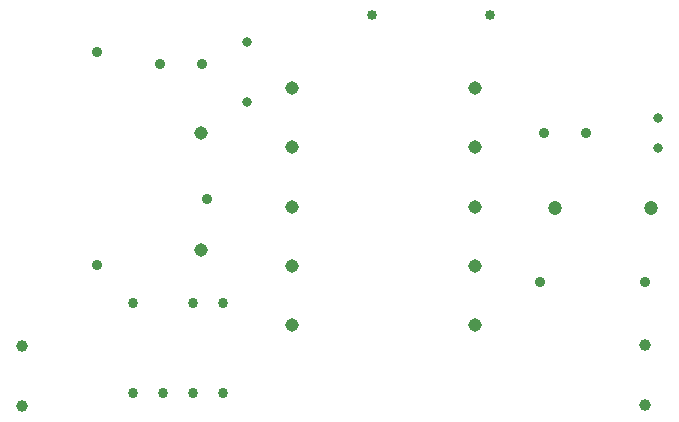
<source format=gbr>
%TF.GenerationSoftware,Altium Limited,Altium Designer,23.2.1 (34)*%
G04 Layer_Color=0*
%FSLAX45Y45*%
%MOMM*%
%TF.SameCoordinates,D98782AB-18DC-49D6-9FB6-03BAABF1E9A2*%
%TF.FilePolarity,Positive*%
%TF.FileFunction,Plated,1,2,PTH,Drill*%
%TF.Part,Single*%
G01*
G75*
%TA.AperFunction,ComponentDrill*%
%ADD66C,1.20000*%
%ADD67C,0.85000*%
%ADD68C,1.14300*%
%ADD69C,0.88900*%
%ADD70C,0.80000*%
%ADD71C,1.00000*%
%ADD72C,0.86000*%
%ADD73C,1.14300*%
%ADD74C,0.90000*%
%ADD75C,0.90000*%
%TA.AperFunction,ViaDrill,NotFilled*%
%ADD76C,0.88900*%
D66*
X4889500Y2006600D02*
D03*
X5702300D02*
D03*
D67*
X3340100Y3644900D02*
D03*
X4340100D02*
D03*
D68*
X4217000Y3019300D02*
D03*
Y2519300D02*
D03*
Y2019300D02*
D03*
Y1519300D02*
D03*
Y1019300D02*
D03*
X2667000Y3019300D02*
D03*
Y2519300D02*
D03*
Y2019300D02*
D03*
Y1519300D02*
D03*
Y1019300D02*
D03*
D69*
X4762500Y1384300D02*
D03*
X5651500D02*
D03*
D70*
X2286000Y3416300D02*
D03*
Y2908300D02*
D03*
X5765800Y2514600D02*
D03*
Y2768600D02*
D03*
D71*
X5651500Y342900D02*
D03*
Y850900D02*
D03*
X381000Y330200D02*
D03*
Y838200D02*
D03*
D72*
X1320800Y1206500D02*
D03*
X1828800D02*
D03*
X2082800D02*
D03*
X1320800Y444500D02*
D03*
X1574800D02*
D03*
X1828800D02*
D03*
X2082800D02*
D03*
D73*
X1892300Y1651000D02*
D03*
Y2641600D02*
D03*
D74*
X1552200Y3225800D02*
D03*
X1902200D02*
D03*
X5153400Y2641600D02*
D03*
X4803400D02*
D03*
D75*
X1016000Y3325700D02*
D03*
Y1525700D02*
D03*
D76*
X1943100Y2082800D02*
D03*
%TF.MD5,95b9de4e8e05977631dc18ddeb1058ee*%
M02*

</source>
